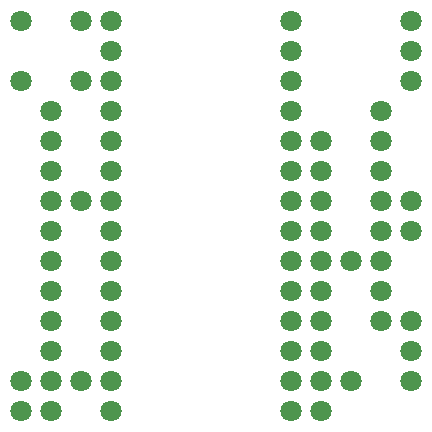
<source format=gts>
G71*G90*G75*D02*
%ASAXBY*OFA0B0*MOMM*FSLAX43Y43*IPPOS*%
%ADD19C,1.800*%
G54D19*
G01X7620Y198120D03*
Y195580D03*
Y193040D03*
Y190500D03*
Y187960D03*
Y185420D03*
Y182880D03*
Y180340D03*
X35560Y198120D03*
Y195580D03*
Y193040D03*
Y190500D03*
Y187960D03*
Y185420D03*
Y182880D03*
Y180340D03*
X12700Y205740D03*
Y203200D03*
Y200660D03*
Y198120D03*
Y195580D03*
Y193040D03*
Y190500D03*
Y187960D03*
Y185420D03*
Y182880D03*
Y180340D03*
Y177800D03*
Y175260D03*
Y172720D03*
X27940Y205740D03*
Y203200D03*
Y200660D03*
Y198120D03*
Y195580D03*
Y193040D03*
Y190500D03*
Y187960D03*
Y185420D03*
Y182880D03*
Y180340D03*
Y177800D03*
Y175260D03*
Y172720D03*
X30480Y195580D03*
Y193040D03*
Y190500D03*
Y187960D03*
Y185420D03*
Y182880D03*
Y180340D03*
Y177800D03*
Y175260D03*
Y172720D03*
X10160Y175260D03*
Y190500D03*
X33020Y185420D03*
Y175260D03*
X7620Y177800D03*
Y175260D03*
Y172720D03*
X38100Y190500D03*
Y187960D03*
X10160Y205740D03*
X5080D03*
Y200660D03*
X10160D03*
X38100Y203200D03*
Y200660D03*
Y180340D03*
Y177800D03*
Y175260D03*
Y205740D03*
X5080Y172720D03*
Y175260D03*
G01X0Y0D02*
M02*

</source>
